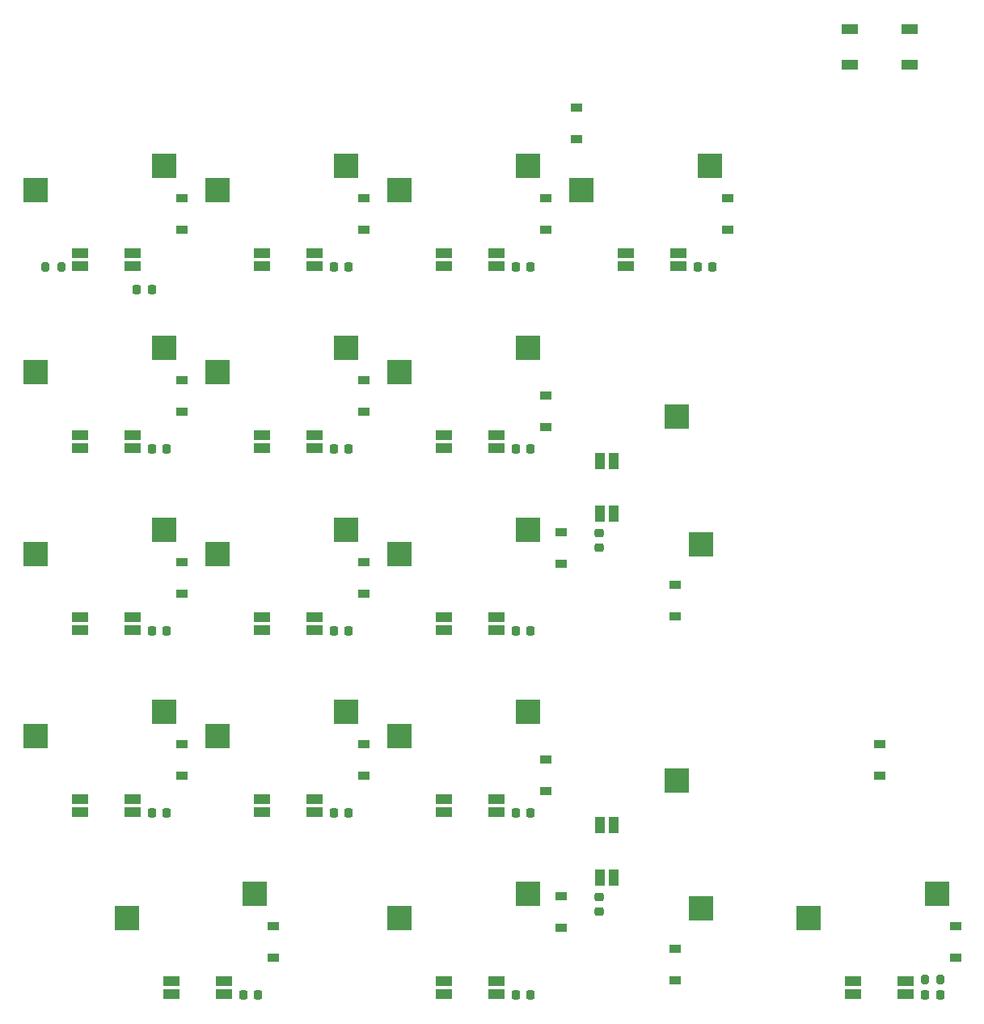
<source format=gbr>
%TF.GenerationSoftware,KiCad,Pcbnew,(6.0.0)*%
%TF.CreationDate,2022-02-03T20:14:49-05:00*%
%TF.ProjectId,numpad,6e756d70-6164-42e6-9b69-6361645f7063,rev?*%
%TF.SameCoordinates,Original*%
%TF.FileFunction,Paste,Bot*%
%TF.FilePolarity,Positive*%
%FSLAX46Y46*%
G04 Gerber Fmt 4.6, Leading zero omitted, Abs format (unit mm)*
G04 Created by KiCad (PCBNEW (6.0.0)) date 2022-02-03 20:14:49*
%MOMM*%
%LPD*%
G01*
G04 APERTURE LIST*
G04 Aperture macros list*
%AMRoundRect*
0 Rectangle with rounded corners*
0 $1 Rounding radius*
0 $2 $3 $4 $5 $6 $7 $8 $9 X,Y pos of 4 corners*
0 Add a 4 corners polygon primitive as box body*
4,1,4,$2,$3,$4,$5,$6,$7,$8,$9,$2,$3,0*
0 Add four circle primitives for the rounded corners*
1,1,$1+$1,$2,$3*
1,1,$1+$1,$4,$5*
1,1,$1+$1,$6,$7*
1,1,$1+$1,$8,$9*
0 Add four rect primitives between the rounded corners*
20,1,$1+$1,$2,$3,$4,$5,0*
20,1,$1+$1,$4,$5,$6,$7,0*
20,1,$1+$1,$6,$7,$8,$9,0*
20,1,$1+$1,$8,$9,$2,$3,0*%
G04 Aperture macros list end*
%ADD10R,2.550000X2.500000*%
%ADD11R,2.500000X2.550000*%
%ADD12R,1.800000X1.100000*%
%ADD13R,1.200000X0.900000*%
%ADD14R,1.000000X1.700000*%
%ADD15R,1.700000X1.000000*%
%ADD16RoundRect,0.225000X-0.225000X-0.250000X0.225000X-0.250000X0.225000X0.250000X-0.225000X0.250000X0*%
%ADD17RoundRect,0.200000X-0.200000X-0.275000X0.200000X-0.275000X0.200000X0.275000X-0.200000X0.275000X0*%
%ADD18RoundRect,0.225000X-0.250000X0.225000X-0.250000X-0.225000X0.250000X-0.225000X0.250000X0.225000X0*%
%ADD19RoundRect,0.225000X0.225000X0.250000X-0.225000X0.250000X-0.225000X-0.250000X0.225000X-0.250000X0*%
G04 APERTURE END LIST*
D10*
%TO.C,MX1*%
X81485050Y-86355050D03*
X94910050Y-83815050D03*
%TD*%
%TO.C,MX12*%
X81485050Y-143505050D03*
X94910050Y-140965050D03*
%TD*%
%TO.C,MX16*%
X119585050Y-162555050D03*
X133010050Y-160015050D03*
%TD*%
%TO.C,MX7*%
X138635050Y-86355050D03*
X152060050Y-83815050D03*
%TD*%
%TO.C,MX2*%
X100535050Y-86355050D03*
X113960050Y-83815050D03*
%TD*%
%TO.C,MX18*%
X162447550Y-162555050D03*
X175872550Y-160015050D03*
%TD*%
%TO.C,MX15*%
X91010050Y-162555050D03*
X104435050Y-160015050D03*
%TD*%
D11*
%TO.C,MX17*%
X148585050Y-148160050D03*
X151125050Y-161585050D03*
%TD*%
D10*
%TO.C,MX3*%
X119585050Y-86355050D03*
X133010050Y-83815050D03*
%TD*%
%TO.C,MX6*%
X119585050Y-105405050D03*
X133010050Y-102865050D03*
%TD*%
%TO.C,MX13*%
X100535050Y-143505050D03*
X113960050Y-140965050D03*
%TD*%
D11*
%TO.C,MX11*%
X148585050Y-110060050D03*
X151125050Y-123485050D03*
%TD*%
D10*
%TO.C,MX5*%
X100535050Y-105405050D03*
X113960050Y-102865050D03*
%TD*%
%TO.C,MX9*%
X100535050Y-124455050D03*
X113960050Y-121915050D03*
%TD*%
%TO.C,MX10*%
X119585050Y-124455050D03*
X133010050Y-121915050D03*
%TD*%
%TO.C,MX14*%
X119585050Y-143505050D03*
X133010050Y-140965050D03*
%TD*%
%TO.C,MX4*%
X81485050Y-105405050D03*
X94910050Y-102865050D03*
%TD*%
%TO.C,MX8*%
X81485050Y-124455050D03*
X94910050Y-121915050D03*
%TD*%
D12*
%TO.C,SW1*%
X166762650Y-73283250D03*
X172962650Y-73283250D03*
X166762650Y-69583250D03*
X172962650Y-69583250D03*
%TD*%
D13*
%TO.C,D5*%
X115882550Y-109595050D03*
X115882550Y-106295050D03*
%TD*%
%TO.C,D6*%
X134932550Y-111182550D03*
X134932550Y-107882550D03*
%TD*%
%TO.C,D4*%
X96832550Y-109595050D03*
X96832550Y-106295050D03*
%TD*%
D14*
%TO.C,LED8*%
X140582550Y-120220050D03*
X141982550Y-120220050D03*
X141982550Y-114720050D03*
X140582550Y-114720050D03*
%TD*%
D15*
%TO.C,LED18*%
X172607550Y-170557550D03*
X172607550Y-169157550D03*
X167107550Y-169157550D03*
X167107550Y-170557550D03*
%TD*%
%TO.C,LED9*%
X91645050Y-132457550D03*
X91645050Y-131057550D03*
X86145050Y-131057550D03*
X86145050Y-132457550D03*
%TD*%
%TO.C,LED6*%
X110695050Y-113407550D03*
X110695050Y-112007550D03*
X105195050Y-112007550D03*
X105195050Y-113407550D03*
%TD*%
%TO.C,LED1*%
X91645050Y-94357550D03*
X91645050Y-92957550D03*
X86145050Y-92957550D03*
X86145050Y-94357550D03*
%TD*%
D16*
%TO.C,C7*%
X131781250Y-113506250D03*
X133331250Y-113506250D03*
%TD*%
D17*
%TO.C,R3*%
X174593750Y-169068750D03*
X176243750Y-169068750D03*
%TD*%
D13*
%TO.C,D8*%
X96832550Y-128645050D03*
X96832550Y-125345050D03*
%TD*%
%TO.C,RD2*%
X169857550Y-147695050D03*
X169857550Y-144395050D03*
%TD*%
D16*
%TO.C,C11*%
X131781250Y-132551300D03*
X133331250Y-132551300D03*
%TD*%
%TO.C,C9*%
X93681250Y-132556250D03*
X95231250Y-132556250D03*
%TD*%
D13*
%TO.C,D10*%
X136520050Y-125470050D03*
X136520050Y-122170050D03*
%TD*%
%TO.C,D12*%
X96832550Y-147695050D03*
X96832550Y-144395050D03*
%TD*%
D16*
%TO.C,C10*%
X112731250Y-132556250D03*
X114281250Y-132556250D03*
%TD*%
D13*
%TO.C,D18*%
X177795050Y-166745050D03*
X177795050Y-163445050D03*
%TD*%
D14*
%TO.C,LED15*%
X140582550Y-158320050D03*
X141982550Y-158320050D03*
X141982550Y-152820050D03*
X140582550Y-152820050D03*
%TD*%
D16*
%TO.C,C18*%
X174643750Y-170651300D03*
X176193750Y-170651300D03*
%TD*%
%TO.C,C6*%
X112731250Y-113501300D03*
X114281250Y-113501300D03*
%TD*%
D13*
%TO.C,D3*%
X134932550Y-90545050D03*
X134932550Y-87245050D03*
%TD*%
%TO.C,D2*%
X115882550Y-90545050D03*
X115882550Y-87245050D03*
%TD*%
%TO.C,D15*%
X106357550Y-166745050D03*
X106357550Y-163445050D03*
%TD*%
D18*
%TO.C,C8*%
X140493750Y-122256250D03*
X140493750Y-123806250D03*
%TD*%
D16*
%TO.C,C16*%
X103206250Y-170656250D03*
X104756250Y-170656250D03*
%TD*%
D13*
%TO.C,D9*%
X115882550Y-128645050D03*
X115882550Y-125345050D03*
%TD*%
D15*
%TO.C,LED2*%
X110695050Y-94357550D03*
X110695050Y-92957550D03*
X105195050Y-92957550D03*
X105195050Y-94357550D03*
%TD*%
%TO.C,LED4*%
X148795050Y-94357550D03*
X148795050Y-92957550D03*
X143295050Y-92957550D03*
X143295050Y-94357550D03*
%TD*%
D16*
%TO.C,C2*%
X112731250Y-94456250D03*
X114281250Y-94456250D03*
%TD*%
%TO.C,C3*%
X131781250Y-94456250D03*
X133331250Y-94456250D03*
%TD*%
D13*
%TO.C,D1*%
X96832550Y-90545050D03*
X96832550Y-87245050D03*
%TD*%
%TO.C,D13*%
X115882550Y-147695050D03*
X115882550Y-144395050D03*
%TD*%
D15*
%TO.C,LED11*%
X129745050Y-132457550D03*
X129745050Y-131057550D03*
X124245050Y-131057550D03*
X124245050Y-132457550D03*
%TD*%
%TO.C,LED10*%
X110695050Y-132457550D03*
X110695050Y-131057550D03*
X105195050Y-131057550D03*
X105195050Y-132457550D03*
%TD*%
%TO.C,LED14*%
X129745050Y-151507550D03*
X129745050Y-150107550D03*
X124245050Y-150107550D03*
X124245050Y-151507550D03*
%TD*%
%TO.C,LED7*%
X129745050Y-113407550D03*
X129745050Y-112007550D03*
X124245050Y-112007550D03*
X124245050Y-113407550D03*
%TD*%
D16*
%TO.C,C12*%
X93681250Y-151601300D03*
X95231250Y-151601300D03*
%TD*%
D15*
%TO.C,LED17*%
X129745050Y-170557550D03*
X129745050Y-169157550D03*
X124245050Y-169157550D03*
X124245050Y-170557550D03*
%TD*%
%TO.C,LED5*%
X91645050Y-113407550D03*
X91645050Y-112007550D03*
X86145050Y-112007550D03*
X86145050Y-113407550D03*
%TD*%
D13*
%TO.C,D14*%
X134932550Y-149282550D03*
X134932550Y-145982550D03*
%TD*%
%TO.C,RD1*%
X138112500Y-81025000D03*
X138112500Y-77725000D03*
%TD*%
D16*
%TO.C,C14*%
X131781250Y-151601300D03*
X133331250Y-151601300D03*
%TD*%
%TO.C,C17*%
X131781250Y-170651300D03*
X133331250Y-170651300D03*
%TD*%
%TO.C,C13*%
X112731250Y-151606250D03*
X114281250Y-151606250D03*
%TD*%
D18*
%TO.C,C15*%
X140493750Y-160356250D03*
X140493750Y-161906250D03*
%TD*%
D15*
%TO.C,LED12*%
X91645050Y-151507550D03*
X91645050Y-150107550D03*
X86145050Y-150107550D03*
X86145050Y-151507550D03*
%TD*%
D13*
%TO.C,D16*%
X136520050Y-163570050D03*
X136520050Y-160270050D03*
%TD*%
D19*
%TO.C,C1*%
X93643750Y-96837500D03*
X92093750Y-96837500D03*
%TD*%
D15*
%TO.C,LED16*%
X101170050Y-170557550D03*
X101170050Y-169157550D03*
X95670050Y-169157550D03*
X95670050Y-170557550D03*
%TD*%
D17*
%TO.C,R1*%
X82518750Y-94456250D03*
X84168750Y-94456250D03*
%TD*%
D15*
%TO.C,LED3*%
X129745050Y-94357550D03*
X129745050Y-92957550D03*
X124245050Y-92957550D03*
X124245050Y-94357550D03*
%TD*%
D13*
%TO.C,D7*%
X153982550Y-90545050D03*
X153982550Y-87245050D03*
%TD*%
D15*
%TO.C,LED13*%
X110695050Y-151507550D03*
X110695050Y-150107550D03*
X105195050Y-150107550D03*
X105195050Y-151507550D03*
%TD*%
D16*
%TO.C,C5*%
X93681250Y-113501300D03*
X95231250Y-113501300D03*
%TD*%
D13*
%TO.C,D11*%
X148426300Y-131026300D03*
X148426300Y-127726300D03*
%TD*%
%TO.C,D17*%
X148426300Y-169126300D03*
X148426300Y-165826300D03*
%TD*%
D16*
%TO.C,C4*%
X150831250Y-94451300D03*
X152381250Y-94451300D03*
%TD*%
M02*

</source>
